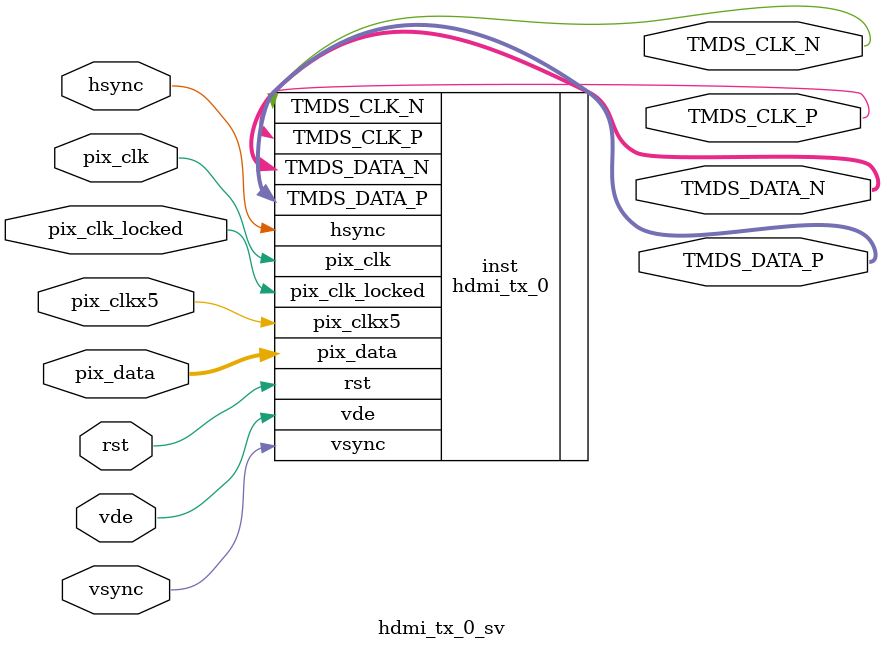
<source format=sv>


`timescale 1ps / 1ps

`include "vivado_interfaces.svh"

module hdmi_tx_0_sv (
  (* X_INTERFACE_IGNORE = "true" *)
  input wire pix_clk,
  (* X_INTERFACE_IGNORE = "true" *)
  input wire pix_clkx5,
  (* X_INTERFACE_IGNORE = "true" *)
  input wire pix_clk_locked,
  (* X_INTERFACE_IGNORE = "true" *)
  input wire rst,
  (* X_INTERFACE_IGNORE = "true" *)
  input wire [31:0] pix_data,
  (* X_INTERFACE_IGNORE = "true" *)
  input wire hsync,
  (* X_INTERFACE_IGNORE = "true" *)
  input wire vsync,
  (* X_INTERFACE_IGNORE = "true" *)
  input wire vde,
  (* X_INTERFACE_IGNORE = "true" *)
  output wire TMDS_CLK_P,
  (* X_INTERFACE_IGNORE = "true" *)
  output wire TMDS_CLK_N,
  (* X_INTERFACE_IGNORE = "true" *)
  output wire [2:0] TMDS_DATA_P,
  (* X_INTERFACE_IGNORE = "true" *)
  output wire [2:0] TMDS_DATA_N
);

  hdmi_tx_0 inst (
    .pix_clk(pix_clk),
    .pix_clkx5(pix_clkx5),
    .pix_clk_locked(pix_clk_locked),
    .rst(rst),
    .pix_data(pix_data),
    .hsync(hsync),
    .vsync(vsync),
    .vde(vde),
    .TMDS_CLK_P(TMDS_CLK_P),
    .TMDS_CLK_N(TMDS_CLK_N),
    .TMDS_DATA_P(TMDS_DATA_P),
    .TMDS_DATA_N(TMDS_DATA_N)
  );

endmodule

</source>
